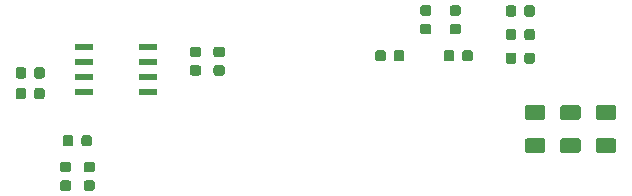
<source format=gtp>
G04 #@! TF.GenerationSoftware,KiCad,Pcbnew,(5.0.0)*
G04 #@! TF.CreationDate,2019-03-22T21:44:54+01:00*
G04 #@! TF.ProjectId,rpismdoven,727069736D646F76656E2E6B69636164,rev?*
G04 #@! TF.SameCoordinates,Original*
G04 #@! TF.FileFunction,Paste,Top*
G04 #@! TF.FilePolarity,Positive*
%FSLAX46Y46*%
G04 Gerber Fmt 4.6, Leading zero omitted, Abs format (unit mm)*
G04 Created by KiCad (PCBNEW (5.0.0)) date 03/22/19 21:44:54*
%MOMM*%
%LPD*%
G01*
G04 APERTURE LIST*
%ADD10C,0.100000*%
%ADD11C,0.875000*%
%ADD12C,1.250000*%
%ADD13R,1.550000X0.600000*%
G04 APERTURE END LIST*
D10*
G04 #@! TO.C,R8*
G36*
X149027691Y-68076053D02*
X149048926Y-68079203D01*
X149069750Y-68084419D01*
X149089962Y-68091651D01*
X149109368Y-68100830D01*
X149127781Y-68111866D01*
X149145024Y-68124654D01*
X149160930Y-68139070D01*
X149175346Y-68154976D01*
X149188134Y-68172219D01*
X149199170Y-68190632D01*
X149208349Y-68210038D01*
X149215581Y-68230250D01*
X149220797Y-68251074D01*
X149223947Y-68272309D01*
X149225000Y-68293750D01*
X149225000Y-68806250D01*
X149223947Y-68827691D01*
X149220797Y-68848926D01*
X149215581Y-68869750D01*
X149208349Y-68889962D01*
X149199170Y-68909368D01*
X149188134Y-68927781D01*
X149175346Y-68945024D01*
X149160930Y-68960930D01*
X149145024Y-68975346D01*
X149127781Y-68988134D01*
X149109368Y-68999170D01*
X149089962Y-69008349D01*
X149069750Y-69015581D01*
X149048926Y-69020797D01*
X149027691Y-69023947D01*
X149006250Y-69025000D01*
X148568750Y-69025000D01*
X148547309Y-69023947D01*
X148526074Y-69020797D01*
X148505250Y-69015581D01*
X148485038Y-69008349D01*
X148465632Y-68999170D01*
X148447219Y-68988134D01*
X148429976Y-68975346D01*
X148414070Y-68960930D01*
X148399654Y-68945024D01*
X148386866Y-68927781D01*
X148375830Y-68909368D01*
X148366651Y-68889962D01*
X148359419Y-68869750D01*
X148354203Y-68848926D01*
X148351053Y-68827691D01*
X148350000Y-68806250D01*
X148350000Y-68293750D01*
X148351053Y-68272309D01*
X148354203Y-68251074D01*
X148359419Y-68230250D01*
X148366651Y-68210038D01*
X148375830Y-68190632D01*
X148386866Y-68172219D01*
X148399654Y-68154976D01*
X148414070Y-68139070D01*
X148429976Y-68124654D01*
X148447219Y-68111866D01*
X148465632Y-68100830D01*
X148485038Y-68091651D01*
X148505250Y-68084419D01*
X148526074Y-68079203D01*
X148547309Y-68076053D01*
X148568750Y-68075000D01*
X149006250Y-68075000D01*
X149027691Y-68076053D01*
X149027691Y-68076053D01*
G37*
D11*
X148787500Y-68550000D03*
D10*
G36*
X147452691Y-68076053D02*
X147473926Y-68079203D01*
X147494750Y-68084419D01*
X147514962Y-68091651D01*
X147534368Y-68100830D01*
X147552781Y-68111866D01*
X147570024Y-68124654D01*
X147585930Y-68139070D01*
X147600346Y-68154976D01*
X147613134Y-68172219D01*
X147624170Y-68190632D01*
X147633349Y-68210038D01*
X147640581Y-68230250D01*
X147645797Y-68251074D01*
X147648947Y-68272309D01*
X147650000Y-68293750D01*
X147650000Y-68806250D01*
X147648947Y-68827691D01*
X147645797Y-68848926D01*
X147640581Y-68869750D01*
X147633349Y-68889962D01*
X147624170Y-68909368D01*
X147613134Y-68927781D01*
X147600346Y-68945024D01*
X147585930Y-68960930D01*
X147570024Y-68975346D01*
X147552781Y-68988134D01*
X147534368Y-68999170D01*
X147514962Y-69008349D01*
X147494750Y-69015581D01*
X147473926Y-69020797D01*
X147452691Y-69023947D01*
X147431250Y-69025000D01*
X146993750Y-69025000D01*
X146972309Y-69023947D01*
X146951074Y-69020797D01*
X146930250Y-69015581D01*
X146910038Y-69008349D01*
X146890632Y-68999170D01*
X146872219Y-68988134D01*
X146854976Y-68975346D01*
X146839070Y-68960930D01*
X146824654Y-68945024D01*
X146811866Y-68927781D01*
X146800830Y-68909368D01*
X146791651Y-68889962D01*
X146784419Y-68869750D01*
X146779203Y-68848926D01*
X146776053Y-68827691D01*
X146775000Y-68806250D01*
X146775000Y-68293750D01*
X146776053Y-68272309D01*
X146779203Y-68251074D01*
X146784419Y-68230250D01*
X146791651Y-68210038D01*
X146800830Y-68190632D01*
X146811866Y-68172219D01*
X146824654Y-68154976D01*
X146839070Y-68139070D01*
X146854976Y-68124654D01*
X146872219Y-68111866D01*
X146890632Y-68100830D01*
X146910038Y-68091651D01*
X146930250Y-68084419D01*
X146951074Y-68079203D01*
X146972309Y-68076053D01*
X146993750Y-68075000D01*
X147431250Y-68075000D01*
X147452691Y-68076053D01*
X147452691Y-68076053D01*
G37*
D11*
X147212500Y-68550000D03*
G04 #@! TD*
D10*
G04 #@! TO.C,R9*
G36*
X141652691Y-68076053D02*
X141673926Y-68079203D01*
X141694750Y-68084419D01*
X141714962Y-68091651D01*
X141734368Y-68100830D01*
X141752781Y-68111866D01*
X141770024Y-68124654D01*
X141785930Y-68139070D01*
X141800346Y-68154976D01*
X141813134Y-68172219D01*
X141824170Y-68190632D01*
X141833349Y-68210038D01*
X141840581Y-68230250D01*
X141845797Y-68251074D01*
X141848947Y-68272309D01*
X141850000Y-68293750D01*
X141850000Y-68806250D01*
X141848947Y-68827691D01*
X141845797Y-68848926D01*
X141840581Y-68869750D01*
X141833349Y-68889962D01*
X141824170Y-68909368D01*
X141813134Y-68927781D01*
X141800346Y-68945024D01*
X141785930Y-68960930D01*
X141770024Y-68975346D01*
X141752781Y-68988134D01*
X141734368Y-68999170D01*
X141714962Y-69008349D01*
X141694750Y-69015581D01*
X141673926Y-69020797D01*
X141652691Y-69023947D01*
X141631250Y-69025000D01*
X141193750Y-69025000D01*
X141172309Y-69023947D01*
X141151074Y-69020797D01*
X141130250Y-69015581D01*
X141110038Y-69008349D01*
X141090632Y-68999170D01*
X141072219Y-68988134D01*
X141054976Y-68975346D01*
X141039070Y-68960930D01*
X141024654Y-68945024D01*
X141011866Y-68927781D01*
X141000830Y-68909368D01*
X140991651Y-68889962D01*
X140984419Y-68869750D01*
X140979203Y-68848926D01*
X140976053Y-68827691D01*
X140975000Y-68806250D01*
X140975000Y-68293750D01*
X140976053Y-68272309D01*
X140979203Y-68251074D01*
X140984419Y-68230250D01*
X140991651Y-68210038D01*
X141000830Y-68190632D01*
X141011866Y-68172219D01*
X141024654Y-68154976D01*
X141039070Y-68139070D01*
X141054976Y-68124654D01*
X141072219Y-68111866D01*
X141090632Y-68100830D01*
X141110038Y-68091651D01*
X141130250Y-68084419D01*
X141151074Y-68079203D01*
X141172309Y-68076053D01*
X141193750Y-68075000D01*
X141631250Y-68075000D01*
X141652691Y-68076053D01*
X141652691Y-68076053D01*
G37*
D11*
X141412500Y-68550000D03*
D10*
G36*
X143227691Y-68076053D02*
X143248926Y-68079203D01*
X143269750Y-68084419D01*
X143289962Y-68091651D01*
X143309368Y-68100830D01*
X143327781Y-68111866D01*
X143345024Y-68124654D01*
X143360930Y-68139070D01*
X143375346Y-68154976D01*
X143388134Y-68172219D01*
X143399170Y-68190632D01*
X143408349Y-68210038D01*
X143415581Y-68230250D01*
X143420797Y-68251074D01*
X143423947Y-68272309D01*
X143425000Y-68293750D01*
X143425000Y-68806250D01*
X143423947Y-68827691D01*
X143420797Y-68848926D01*
X143415581Y-68869750D01*
X143408349Y-68889962D01*
X143399170Y-68909368D01*
X143388134Y-68927781D01*
X143375346Y-68945024D01*
X143360930Y-68960930D01*
X143345024Y-68975346D01*
X143327781Y-68988134D01*
X143309368Y-68999170D01*
X143289962Y-69008349D01*
X143269750Y-69015581D01*
X143248926Y-69020797D01*
X143227691Y-69023947D01*
X143206250Y-69025000D01*
X142768750Y-69025000D01*
X142747309Y-69023947D01*
X142726074Y-69020797D01*
X142705250Y-69015581D01*
X142685038Y-69008349D01*
X142665632Y-68999170D01*
X142647219Y-68988134D01*
X142629976Y-68975346D01*
X142614070Y-68960930D01*
X142599654Y-68945024D01*
X142586866Y-68927781D01*
X142575830Y-68909368D01*
X142566651Y-68889962D01*
X142559419Y-68869750D01*
X142554203Y-68848926D01*
X142551053Y-68827691D01*
X142550000Y-68806250D01*
X142550000Y-68293750D01*
X142551053Y-68272309D01*
X142554203Y-68251074D01*
X142559419Y-68230250D01*
X142566651Y-68210038D01*
X142575830Y-68190632D01*
X142586866Y-68172219D01*
X142599654Y-68154976D01*
X142614070Y-68139070D01*
X142629976Y-68124654D01*
X142647219Y-68111866D01*
X142665632Y-68100830D01*
X142685038Y-68091651D01*
X142705250Y-68084419D01*
X142726074Y-68079203D01*
X142747309Y-68076053D01*
X142768750Y-68075000D01*
X143206250Y-68075000D01*
X143227691Y-68076053D01*
X143227691Y-68076053D01*
G37*
D11*
X142987500Y-68550000D03*
G04 #@! TD*
D10*
G04 #@! TO.C,D3*
G36*
X155149504Y-75526204D02*
X155173773Y-75529804D01*
X155197571Y-75535765D01*
X155220671Y-75544030D01*
X155242849Y-75554520D01*
X155263893Y-75567133D01*
X155283598Y-75581747D01*
X155301777Y-75598223D01*
X155318253Y-75616402D01*
X155332867Y-75636107D01*
X155345480Y-75657151D01*
X155355970Y-75679329D01*
X155364235Y-75702429D01*
X155370196Y-75726227D01*
X155373796Y-75750496D01*
X155375000Y-75775000D01*
X155375000Y-76525000D01*
X155373796Y-76549504D01*
X155370196Y-76573773D01*
X155364235Y-76597571D01*
X155355970Y-76620671D01*
X155345480Y-76642849D01*
X155332867Y-76663893D01*
X155318253Y-76683598D01*
X155301777Y-76701777D01*
X155283598Y-76718253D01*
X155263893Y-76732867D01*
X155242849Y-76745480D01*
X155220671Y-76755970D01*
X155197571Y-76764235D01*
X155173773Y-76770196D01*
X155149504Y-76773796D01*
X155125000Y-76775000D01*
X153875000Y-76775000D01*
X153850496Y-76773796D01*
X153826227Y-76770196D01*
X153802429Y-76764235D01*
X153779329Y-76755970D01*
X153757151Y-76745480D01*
X153736107Y-76732867D01*
X153716402Y-76718253D01*
X153698223Y-76701777D01*
X153681747Y-76683598D01*
X153667133Y-76663893D01*
X153654520Y-76642849D01*
X153644030Y-76620671D01*
X153635765Y-76597571D01*
X153629804Y-76573773D01*
X153626204Y-76549504D01*
X153625000Y-76525000D01*
X153625000Y-75775000D01*
X153626204Y-75750496D01*
X153629804Y-75726227D01*
X153635765Y-75702429D01*
X153644030Y-75679329D01*
X153654520Y-75657151D01*
X153667133Y-75636107D01*
X153681747Y-75616402D01*
X153698223Y-75598223D01*
X153716402Y-75581747D01*
X153736107Y-75567133D01*
X153757151Y-75554520D01*
X153779329Y-75544030D01*
X153802429Y-75535765D01*
X153826227Y-75529804D01*
X153850496Y-75526204D01*
X153875000Y-75525000D01*
X155125000Y-75525000D01*
X155149504Y-75526204D01*
X155149504Y-75526204D01*
G37*
D12*
X154500000Y-76150000D03*
D10*
G36*
X155149504Y-72726204D02*
X155173773Y-72729804D01*
X155197571Y-72735765D01*
X155220671Y-72744030D01*
X155242849Y-72754520D01*
X155263893Y-72767133D01*
X155283598Y-72781747D01*
X155301777Y-72798223D01*
X155318253Y-72816402D01*
X155332867Y-72836107D01*
X155345480Y-72857151D01*
X155355970Y-72879329D01*
X155364235Y-72902429D01*
X155370196Y-72926227D01*
X155373796Y-72950496D01*
X155375000Y-72975000D01*
X155375000Y-73725000D01*
X155373796Y-73749504D01*
X155370196Y-73773773D01*
X155364235Y-73797571D01*
X155355970Y-73820671D01*
X155345480Y-73842849D01*
X155332867Y-73863893D01*
X155318253Y-73883598D01*
X155301777Y-73901777D01*
X155283598Y-73918253D01*
X155263893Y-73932867D01*
X155242849Y-73945480D01*
X155220671Y-73955970D01*
X155197571Y-73964235D01*
X155173773Y-73970196D01*
X155149504Y-73973796D01*
X155125000Y-73975000D01*
X153875000Y-73975000D01*
X153850496Y-73973796D01*
X153826227Y-73970196D01*
X153802429Y-73964235D01*
X153779329Y-73955970D01*
X153757151Y-73945480D01*
X153736107Y-73932867D01*
X153716402Y-73918253D01*
X153698223Y-73901777D01*
X153681747Y-73883598D01*
X153667133Y-73863893D01*
X153654520Y-73842849D01*
X153644030Y-73820671D01*
X153635765Y-73797571D01*
X153629804Y-73773773D01*
X153626204Y-73749504D01*
X153625000Y-73725000D01*
X153625000Y-72975000D01*
X153626204Y-72950496D01*
X153629804Y-72926227D01*
X153635765Y-72902429D01*
X153644030Y-72879329D01*
X153654520Y-72857151D01*
X153667133Y-72836107D01*
X153681747Y-72816402D01*
X153698223Y-72798223D01*
X153716402Y-72781747D01*
X153736107Y-72767133D01*
X153757151Y-72754520D01*
X153779329Y-72744030D01*
X153802429Y-72735765D01*
X153826227Y-72729804D01*
X153850496Y-72726204D01*
X153875000Y-72725000D01*
X155125000Y-72725000D01*
X155149504Y-72726204D01*
X155149504Y-72726204D01*
G37*
D12*
X154500000Y-73350000D03*
G04 #@! TD*
D10*
G04 #@! TO.C,D5*
G36*
X158149504Y-72726204D02*
X158173773Y-72729804D01*
X158197571Y-72735765D01*
X158220671Y-72744030D01*
X158242849Y-72754520D01*
X158263893Y-72767133D01*
X158283598Y-72781747D01*
X158301777Y-72798223D01*
X158318253Y-72816402D01*
X158332867Y-72836107D01*
X158345480Y-72857151D01*
X158355970Y-72879329D01*
X158364235Y-72902429D01*
X158370196Y-72926227D01*
X158373796Y-72950496D01*
X158375000Y-72975000D01*
X158375000Y-73725000D01*
X158373796Y-73749504D01*
X158370196Y-73773773D01*
X158364235Y-73797571D01*
X158355970Y-73820671D01*
X158345480Y-73842849D01*
X158332867Y-73863893D01*
X158318253Y-73883598D01*
X158301777Y-73901777D01*
X158283598Y-73918253D01*
X158263893Y-73932867D01*
X158242849Y-73945480D01*
X158220671Y-73955970D01*
X158197571Y-73964235D01*
X158173773Y-73970196D01*
X158149504Y-73973796D01*
X158125000Y-73975000D01*
X156875000Y-73975000D01*
X156850496Y-73973796D01*
X156826227Y-73970196D01*
X156802429Y-73964235D01*
X156779329Y-73955970D01*
X156757151Y-73945480D01*
X156736107Y-73932867D01*
X156716402Y-73918253D01*
X156698223Y-73901777D01*
X156681747Y-73883598D01*
X156667133Y-73863893D01*
X156654520Y-73842849D01*
X156644030Y-73820671D01*
X156635765Y-73797571D01*
X156629804Y-73773773D01*
X156626204Y-73749504D01*
X156625000Y-73725000D01*
X156625000Y-72975000D01*
X156626204Y-72950496D01*
X156629804Y-72926227D01*
X156635765Y-72902429D01*
X156644030Y-72879329D01*
X156654520Y-72857151D01*
X156667133Y-72836107D01*
X156681747Y-72816402D01*
X156698223Y-72798223D01*
X156716402Y-72781747D01*
X156736107Y-72767133D01*
X156757151Y-72754520D01*
X156779329Y-72744030D01*
X156802429Y-72735765D01*
X156826227Y-72729804D01*
X156850496Y-72726204D01*
X156875000Y-72725000D01*
X158125000Y-72725000D01*
X158149504Y-72726204D01*
X158149504Y-72726204D01*
G37*
D12*
X157500000Y-73350000D03*
D10*
G36*
X158149504Y-75526204D02*
X158173773Y-75529804D01*
X158197571Y-75535765D01*
X158220671Y-75544030D01*
X158242849Y-75554520D01*
X158263893Y-75567133D01*
X158283598Y-75581747D01*
X158301777Y-75598223D01*
X158318253Y-75616402D01*
X158332867Y-75636107D01*
X158345480Y-75657151D01*
X158355970Y-75679329D01*
X158364235Y-75702429D01*
X158370196Y-75726227D01*
X158373796Y-75750496D01*
X158375000Y-75775000D01*
X158375000Y-76525000D01*
X158373796Y-76549504D01*
X158370196Y-76573773D01*
X158364235Y-76597571D01*
X158355970Y-76620671D01*
X158345480Y-76642849D01*
X158332867Y-76663893D01*
X158318253Y-76683598D01*
X158301777Y-76701777D01*
X158283598Y-76718253D01*
X158263893Y-76732867D01*
X158242849Y-76745480D01*
X158220671Y-76755970D01*
X158197571Y-76764235D01*
X158173773Y-76770196D01*
X158149504Y-76773796D01*
X158125000Y-76775000D01*
X156875000Y-76775000D01*
X156850496Y-76773796D01*
X156826227Y-76770196D01*
X156802429Y-76764235D01*
X156779329Y-76755970D01*
X156757151Y-76745480D01*
X156736107Y-76732867D01*
X156716402Y-76718253D01*
X156698223Y-76701777D01*
X156681747Y-76683598D01*
X156667133Y-76663893D01*
X156654520Y-76642849D01*
X156644030Y-76620671D01*
X156635765Y-76597571D01*
X156629804Y-76573773D01*
X156626204Y-76549504D01*
X156625000Y-76525000D01*
X156625000Y-75775000D01*
X156626204Y-75750496D01*
X156629804Y-75726227D01*
X156635765Y-75702429D01*
X156644030Y-75679329D01*
X156654520Y-75657151D01*
X156667133Y-75636107D01*
X156681747Y-75616402D01*
X156698223Y-75598223D01*
X156716402Y-75581747D01*
X156736107Y-75567133D01*
X156757151Y-75554520D01*
X156779329Y-75544030D01*
X156802429Y-75535765D01*
X156826227Y-75529804D01*
X156850496Y-75526204D01*
X156875000Y-75525000D01*
X158125000Y-75525000D01*
X158149504Y-75526204D01*
X158149504Y-75526204D01*
G37*
D12*
X157500000Y-76150000D03*
G04 #@! TD*
D10*
G04 #@! TO.C,D4*
G36*
X161149504Y-75526204D02*
X161173773Y-75529804D01*
X161197571Y-75535765D01*
X161220671Y-75544030D01*
X161242849Y-75554520D01*
X161263893Y-75567133D01*
X161283598Y-75581747D01*
X161301777Y-75598223D01*
X161318253Y-75616402D01*
X161332867Y-75636107D01*
X161345480Y-75657151D01*
X161355970Y-75679329D01*
X161364235Y-75702429D01*
X161370196Y-75726227D01*
X161373796Y-75750496D01*
X161375000Y-75775000D01*
X161375000Y-76525000D01*
X161373796Y-76549504D01*
X161370196Y-76573773D01*
X161364235Y-76597571D01*
X161355970Y-76620671D01*
X161345480Y-76642849D01*
X161332867Y-76663893D01*
X161318253Y-76683598D01*
X161301777Y-76701777D01*
X161283598Y-76718253D01*
X161263893Y-76732867D01*
X161242849Y-76745480D01*
X161220671Y-76755970D01*
X161197571Y-76764235D01*
X161173773Y-76770196D01*
X161149504Y-76773796D01*
X161125000Y-76775000D01*
X159875000Y-76775000D01*
X159850496Y-76773796D01*
X159826227Y-76770196D01*
X159802429Y-76764235D01*
X159779329Y-76755970D01*
X159757151Y-76745480D01*
X159736107Y-76732867D01*
X159716402Y-76718253D01*
X159698223Y-76701777D01*
X159681747Y-76683598D01*
X159667133Y-76663893D01*
X159654520Y-76642849D01*
X159644030Y-76620671D01*
X159635765Y-76597571D01*
X159629804Y-76573773D01*
X159626204Y-76549504D01*
X159625000Y-76525000D01*
X159625000Y-75775000D01*
X159626204Y-75750496D01*
X159629804Y-75726227D01*
X159635765Y-75702429D01*
X159644030Y-75679329D01*
X159654520Y-75657151D01*
X159667133Y-75636107D01*
X159681747Y-75616402D01*
X159698223Y-75598223D01*
X159716402Y-75581747D01*
X159736107Y-75567133D01*
X159757151Y-75554520D01*
X159779329Y-75544030D01*
X159802429Y-75535765D01*
X159826227Y-75529804D01*
X159850496Y-75526204D01*
X159875000Y-75525000D01*
X161125000Y-75525000D01*
X161149504Y-75526204D01*
X161149504Y-75526204D01*
G37*
D12*
X160500000Y-76150000D03*
D10*
G36*
X161149504Y-72726204D02*
X161173773Y-72729804D01*
X161197571Y-72735765D01*
X161220671Y-72744030D01*
X161242849Y-72754520D01*
X161263893Y-72767133D01*
X161283598Y-72781747D01*
X161301777Y-72798223D01*
X161318253Y-72816402D01*
X161332867Y-72836107D01*
X161345480Y-72857151D01*
X161355970Y-72879329D01*
X161364235Y-72902429D01*
X161370196Y-72926227D01*
X161373796Y-72950496D01*
X161375000Y-72975000D01*
X161375000Y-73725000D01*
X161373796Y-73749504D01*
X161370196Y-73773773D01*
X161364235Y-73797571D01*
X161355970Y-73820671D01*
X161345480Y-73842849D01*
X161332867Y-73863893D01*
X161318253Y-73883598D01*
X161301777Y-73901777D01*
X161283598Y-73918253D01*
X161263893Y-73932867D01*
X161242849Y-73945480D01*
X161220671Y-73955970D01*
X161197571Y-73964235D01*
X161173773Y-73970196D01*
X161149504Y-73973796D01*
X161125000Y-73975000D01*
X159875000Y-73975000D01*
X159850496Y-73973796D01*
X159826227Y-73970196D01*
X159802429Y-73964235D01*
X159779329Y-73955970D01*
X159757151Y-73945480D01*
X159736107Y-73932867D01*
X159716402Y-73918253D01*
X159698223Y-73901777D01*
X159681747Y-73883598D01*
X159667133Y-73863893D01*
X159654520Y-73842849D01*
X159644030Y-73820671D01*
X159635765Y-73797571D01*
X159629804Y-73773773D01*
X159626204Y-73749504D01*
X159625000Y-73725000D01*
X159625000Y-72975000D01*
X159626204Y-72950496D01*
X159629804Y-72926227D01*
X159635765Y-72902429D01*
X159644030Y-72879329D01*
X159654520Y-72857151D01*
X159667133Y-72836107D01*
X159681747Y-72816402D01*
X159698223Y-72798223D01*
X159716402Y-72781747D01*
X159736107Y-72767133D01*
X159757151Y-72754520D01*
X159779329Y-72744030D01*
X159802429Y-72735765D01*
X159826227Y-72729804D01*
X159850496Y-72726204D01*
X159875000Y-72725000D01*
X161125000Y-72725000D01*
X161149504Y-72726204D01*
X161149504Y-72726204D01*
G37*
D12*
X160500000Y-73350000D03*
G04 #@! TD*
D10*
G04 #@! TO.C,R7*
G36*
X154277691Y-66276053D02*
X154298926Y-66279203D01*
X154319750Y-66284419D01*
X154339962Y-66291651D01*
X154359368Y-66300830D01*
X154377781Y-66311866D01*
X154395024Y-66324654D01*
X154410930Y-66339070D01*
X154425346Y-66354976D01*
X154438134Y-66372219D01*
X154449170Y-66390632D01*
X154458349Y-66410038D01*
X154465581Y-66430250D01*
X154470797Y-66451074D01*
X154473947Y-66472309D01*
X154475000Y-66493750D01*
X154475000Y-67006250D01*
X154473947Y-67027691D01*
X154470797Y-67048926D01*
X154465581Y-67069750D01*
X154458349Y-67089962D01*
X154449170Y-67109368D01*
X154438134Y-67127781D01*
X154425346Y-67145024D01*
X154410930Y-67160930D01*
X154395024Y-67175346D01*
X154377781Y-67188134D01*
X154359368Y-67199170D01*
X154339962Y-67208349D01*
X154319750Y-67215581D01*
X154298926Y-67220797D01*
X154277691Y-67223947D01*
X154256250Y-67225000D01*
X153818750Y-67225000D01*
X153797309Y-67223947D01*
X153776074Y-67220797D01*
X153755250Y-67215581D01*
X153735038Y-67208349D01*
X153715632Y-67199170D01*
X153697219Y-67188134D01*
X153679976Y-67175346D01*
X153664070Y-67160930D01*
X153649654Y-67145024D01*
X153636866Y-67127781D01*
X153625830Y-67109368D01*
X153616651Y-67089962D01*
X153609419Y-67069750D01*
X153604203Y-67048926D01*
X153601053Y-67027691D01*
X153600000Y-67006250D01*
X153600000Y-66493750D01*
X153601053Y-66472309D01*
X153604203Y-66451074D01*
X153609419Y-66430250D01*
X153616651Y-66410038D01*
X153625830Y-66390632D01*
X153636866Y-66372219D01*
X153649654Y-66354976D01*
X153664070Y-66339070D01*
X153679976Y-66324654D01*
X153697219Y-66311866D01*
X153715632Y-66300830D01*
X153735038Y-66291651D01*
X153755250Y-66284419D01*
X153776074Y-66279203D01*
X153797309Y-66276053D01*
X153818750Y-66275000D01*
X154256250Y-66275000D01*
X154277691Y-66276053D01*
X154277691Y-66276053D01*
G37*
D11*
X154037500Y-66750000D03*
D10*
G36*
X152702691Y-66276053D02*
X152723926Y-66279203D01*
X152744750Y-66284419D01*
X152764962Y-66291651D01*
X152784368Y-66300830D01*
X152802781Y-66311866D01*
X152820024Y-66324654D01*
X152835930Y-66339070D01*
X152850346Y-66354976D01*
X152863134Y-66372219D01*
X152874170Y-66390632D01*
X152883349Y-66410038D01*
X152890581Y-66430250D01*
X152895797Y-66451074D01*
X152898947Y-66472309D01*
X152900000Y-66493750D01*
X152900000Y-67006250D01*
X152898947Y-67027691D01*
X152895797Y-67048926D01*
X152890581Y-67069750D01*
X152883349Y-67089962D01*
X152874170Y-67109368D01*
X152863134Y-67127781D01*
X152850346Y-67145024D01*
X152835930Y-67160930D01*
X152820024Y-67175346D01*
X152802781Y-67188134D01*
X152784368Y-67199170D01*
X152764962Y-67208349D01*
X152744750Y-67215581D01*
X152723926Y-67220797D01*
X152702691Y-67223947D01*
X152681250Y-67225000D01*
X152243750Y-67225000D01*
X152222309Y-67223947D01*
X152201074Y-67220797D01*
X152180250Y-67215581D01*
X152160038Y-67208349D01*
X152140632Y-67199170D01*
X152122219Y-67188134D01*
X152104976Y-67175346D01*
X152089070Y-67160930D01*
X152074654Y-67145024D01*
X152061866Y-67127781D01*
X152050830Y-67109368D01*
X152041651Y-67089962D01*
X152034419Y-67069750D01*
X152029203Y-67048926D01*
X152026053Y-67027691D01*
X152025000Y-67006250D01*
X152025000Y-66493750D01*
X152026053Y-66472309D01*
X152029203Y-66451074D01*
X152034419Y-66430250D01*
X152041651Y-66410038D01*
X152050830Y-66390632D01*
X152061866Y-66372219D01*
X152074654Y-66354976D01*
X152089070Y-66339070D01*
X152104976Y-66324654D01*
X152122219Y-66311866D01*
X152140632Y-66300830D01*
X152160038Y-66291651D01*
X152180250Y-66284419D01*
X152201074Y-66279203D01*
X152222309Y-66276053D01*
X152243750Y-66275000D01*
X152681250Y-66275000D01*
X152702691Y-66276053D01*
X152702691Y-66276053D01*
G37*
D11*
X152462500Y-66750000D03*
G04 #@! TD*
D10*
G04 #@! TO.C,R6*
G36*
X152702691Y-64276053D02*
X152723926Y-64279203D01*
X152744750Y-64284419D01*
X152764962Y-64291651D01*
X152784368Y-64300830D01*
X152802781Y-64311866D01*
X152820024Y-64324654D01*
X152835930Y-64339070D01*
X152850346Y-64354976D01*
X152863134Y-64372219D01*
X152874170Y-64390632D01*
X152883349Y-64410038D01*
X152890581Y-64430250D01*
X152895797Y-64451074D01*
X152898947Y-64472309D01*
X152900000Y-64493750D01*
X152900000Y-65006250D01*
X152898947Y-65027691D01*
X152895797Y-65048926D01*
X152890581Y-65069750D01*
X152883349Y-65089962D01*
X152874170Y-65109368D01*
X152863134Y-65127781D01*
X152850346Y-65145024D01*
X152835930Y-65160930D01*
X152820024Y-65175346D01*
X152802781Y-65188134D01*
X152784368Y-65199170D01*
X152764962Y-65208349D01*
X152744750Y-65215581D01*
X152723926Y-65220797D01*
X152702691Y-65223947D01*
X152681250Y-65225000D01*
X152243750Y-65225000D01*
X152222309Y-65223947D01*
X152201074Y-65220797D01*
X152180250Y-65215581D01*
X152160038Y-65208349D01*
X152140632Y-65199170D01*
X152122219Y-65188134D01*
X152104976Y-65175346D01*
X152089070Y-65160930D01*
X152074654Y-65145024D01*
X152061866Y-65127781D01*
X152050830Y-65109368D01*
X152041651Y-65089962D01*
X152034419Y-65069750D01*
X152029203Y-65048926D01*
X152026053Y-65027691D01*
X152025000Y-65006250D01*
X152025000Y-64493750D01*
X152026053Y-64472309D01*
X152029203Y-64451074D01*
X152034419Y-64430250D01*
X152041651Y-64410038D01*
X152050830Y-64390632D01*
X152061866Y-64372219D01*
X152074654Y-64354976D01*
X152089070Y-64339070D01*
X152104976Y-64324654D01*
X152122219Y-64311866D01*
X152140632Y-64300830D01*
X152160038Y-64291651D01*
X152180250Y-64284419D01*
X152201074Y-64279203D01*
X152222309Y-64276053D01*
X152243750Y-64275000D01*
X152681250Y-64275000D01*
X152702691Y-64276053D01*
X152702691Y-64276053D01*
G37*
D11*
X152462500Y-64750000D03*
D10*
G36*
X154277691Y-64276053D02*
X154298926Y-64279203D01*
X154319750Y-64284419D01*
X154339962Y-64291651D01*
X154359368Y-64300830D01*
X154377781Y-64311866D01*
X154395024Y-64324654D01*
X154410930Y-64339070D01*
X154425346Y-64354976D01*
X154438134Y-64372219D01*
X154449170Y-64390632D01*
X154458349Y-64410038D01*
X154465581Y-64430250D01*
X154470797Y-64451074D01*
X154473947Y-64472309D01*
X154475000Y-64493750D01*
X154475000Y-65006250D01*
X154473947Y-65027691D01*
X154470797Y-65048926D01*
X154465581Y-65069750D01*
X154458349Y-65089962D01*
X154449170Y-65109368D01*
X154438134Y-65127781D01*
X154425346Y-65145024D01*
X154410930Y-65160930D01*
X154395024Y-65175346D01*
X154377781Y-65188134D01*
X154359368Y-65199170D01*
X154339962Y-65208349D01*
X154319750Y-65215581D01*
X154298926Y-65220797D01*
X154277691Y-65223947D01*
X154256250Y-65225000D01*
X153818750Y-65225000D01*
X153797309Y-65223947D01*
X153776074Y-65220797D01*
X153755250Y-65215581D01*
X153735038Y-65208349D01*
X153715632Y-65199170D01*
X153697219Y-65188134D01*
X153679976Y-65175346D01*
X153664070Y-65160930D01*
X153649654Y-65145024D01*
X153636866Y-65127781D01*
X153625830Y-65109368D01*
X153616651Y-65089962D01*
X153609419Y-65069750D01*
X153604203Y-65048926D01*
X153601053Y-65027691D01*
X153600000Y-65006250D01*
X153600000Y-64493750D01*
X153601053Y-64472309D01*
X153604203Y-64451074D01*
X153609419Y-64430250D01*
X153616651Y-64410038D01*
X153625830Y-64390632D01*
X153636866Y-64372219D01*
X153649654Y-64354976D01*
X153664070Y-64339070D01*
X153679976Y-64324654D01*
X153697219Y-64311866D01*
X153715632Y-64300830D01*
X153735038Y-64291651D01*
X153755250Y-64284419D01*
X153776074Y-64279203D01*
X153797309Y-64276053D01*
X153818750Y-64275000D01*
X154256250Y-64275000D01*
X154277691Y-64276053D01*
X154277691Y-64276053D01*
G37*
D11*
X154037500Y-64750000D03*
G04 #@! TD*
D10*
G04 #@! TO.C,R5*
G36*
X154277691Y-68276053D02*
X154298926Y-68279203D01*
X154319750Y-68284419D01*
X154339962Y-68291651D01*
X154359368Y-68300830D01*
X154377781Y-68311866D01*
X154395024Y-68324654D01*
X154410930Y-68339070D01*
X154425346Y-68354976D01*
X154438134Y-68372219D01*
X154449170Y-68390632D01*
X154458349Y-68410038D01*
X154465581Y-68430250D01*
X154470797Y-68451074D01*
X154473947Y-68472309D01*
X154475000Y-68493750D01*
X154475000Y-69006250D01*
X154473947Y-69027691D01*
X154470797Y-69048926D01*
X154465581Y-69069750D01*
X154458349Y-69089962D01*
X154449170Y-69109368D01*
X154438134Y-69127781D01*
X154425346Y-69145024D01*
X154410930Y-69160930D01*
X154395024Y-69175346D01*
X154377781Y-69188134D01*
X154359368Y-69199170D01*
X154339962Y-69208349D01*
X154319750Y-69215581D01*
X154298926Y-69220797D01*
X154277691Y-69223947D01*
X154256250Y-69225000D01*
X153818750Y-69225000D01*
X153797309Y-69223947D01*
X153776074Y-69220797D01*
X153755250Y-69215581D01*
X153735038Y-69208349D01*
X153715632Y-69199170D01*
X153697219Y-69188134D01*
X153679976Y-69175346D01*
X153664070Y-69160930D01*
X153649654Y-69145024D01*
X153636866Y-69127781D01*
X153625830Y-69109368D01*
X153616651Y-69089962D01*
X153609419Y-69069750D01*
X153604203Y-69048926D01*
X153601053Y-69027691D01*
X153600000Y-69006250D01*
X153600000Y-68493750D01*
X153601053Y-68472309D01*
X153604203Y-68451074D01*
X153609419Y-68430250D01*
X153616651Y-68410038D01*
X153625830Y-68390632D01*
X153636866Y-68372219D01*
X153649654Y-68354976D01*
X153664070Y-68339070D01*
X153679976Y-68324654D01*
X153697219Y-68311866D01*
X153715632Y-68300830D01*
X153735038Y-68291651D01*
X153755250Y-68284419D01*
X153776074Y-68279203D01*
X153797309Y-68276053D01*
X153818750Y-68275000D01*
X154256250Y-68275000D01*
X154277691Y-68276053D01*
X154277691Y-68276053D01*
G37*
D11*
X154037500Y-68750000D03*
D10*
G36*
X152702691Y-68276053D02*
X152723926Y-68279203D01*
X152744750Y-68284419D01*
X152764962Y-68291651D01*
X152784368Y-68300830D01*
X152802781Y-68311866D01*
X152820024Y-68324654D01*
X152835930Y-68339070D01*
X152850346Y-68354976D01*
X152863134Y-68372219D01*
X152874170Y-68390632D01*
X152883349Y-68410038D01*
X152890581Y-68430250D01*
X152895797Y-68451074D01*
X152898947Y-68472309D01*
X152900000Y-68493750D01*
X152900000Y-69006250D01*
X152898947Y-69027691D01*
X152895797Y-69048926D01*
X152890581Y-69069750D01*
X152883349Y-69089962D01*
X152874170Y-69109368D01*
X152863134Y-69127781D01*
X152850346Y-69145024D01*
X152835930Y-69160930D01*
X152820024Y-69175346D01*
X152802781Y-69188134D01*
X152784368Y-69199170D01*
X152764962Y-69208349D01*
X152744750Y-69215581D01*
X152723926Y-69220797D01*
X152702691Y-69223947D01*
X152681250Y-69225000D01*
X152243750Y-69225000D01*
X152222309Y-69223947D01*
X152201074Y-69220797D01*
X152180250Y-69215581D01*
X152160038Y-69208349D01*
X152140632Y-69199170D01*
X152122219Y-69188134D01*
X152104976Y-69175346D01*
X152089070Y-69160930D01*
X152074654Y-69145024D01*
X152061866Y-69127781D01*
X152050830Y-69109368D01*
X152041651Y-69089962D01*
X152034419Y-69069750D01*
X152029203Y-69048926D01*
X152026053Y-69027691D01*
X152025000Y-69006250D01*
X152025000Y-68493750D01*
X152026053Y-68472309D01*
X152029203Y-68451074D01*
X152034419Y-68430250D01*
X152041651Y-68410038D01*
X152050830Y-68390632D01*
X152061866Y-68372219D01*
X152074654Y-68354976D01*
X152089070Y-68339070D01*
X152104976Y-68324654D01*
X152122219Y-68311866D01*
X152140632Y-68300830D01*
X152160038Y-68291651D01*
X152180250Y-68284419D01*
X152201074Y-68279203D01*
X152222309Y-68276053D01*
X152243750Y-68275000D01*
X152681250Y-68275000D01*
X152702691Y-68276053D01*
X152702691Y-68276053D01*
G37*
D11*
X152462500Y-68750000D03*
G04 #@! TD*
D10*
G04 #@! TO.C,C1*
G36*
X116777691Y-75276053D02*
X116798926Y-75279203D01*
X116819750Y-75284419D01*
X116839962Y-75291651D01*
X116859368Y-75300830D01*
X116877781Y-75311866D01*
X116895024Y-75324654D01*
X116910930Y-75339070D01*
X116925346Y-75354976D01*
X116938134Y-75372219D01*
X116949170Y-75390632D01*
X116958349Y-75410038D01*
X116965581Y-75430250D01*
X116970797Y-75451074D01*
X116973947Y-75472309D01*
X116975000Y-75493750D01*
X116975000Y-76006250D01*
X116973947Y-76027691D01*
X116970797Y-76048926D01*
X116965581Y-76069750D01*
X116958349Y-76089962D01*
X116949170Y-76109368D01*
X116938134Y-76127781D01*
X116925346Y-76145024D01*
X116910930Y-76160930D01*
X116895024Y-76175346D01*
X116877781Y-76188134D01*
X116859368Y-76199170D01*
X116839962Y-76208349D01*
X116819750Y-76215581D01*
X116798926Y-76220797D01*
X116777691Y-76223947D01*
X116756250Y-76225000D01*
X116318750Y-76225000D01*
X116297309Y-76223947D01*
X116276074Y-76220797D01*
X116255250Y-76215581D01*
X116235038Y-76208349D01*
X116215632Y-76199170D01*
X116197219Y-76188134D01*
X116179976Y-76175346D01*
X116164070Y-76160930D01*
X116149654Y-76145024D01*
X116136866Y-76127781D01*
X116125830Y-76109368D01*
X116116651Y-76089962D01*
X116109419Y-76069750D01*
X116104203Y-76048926D01*
X116101053Y-76027691D01*
X116100000Y-76006250D01*
X116100000Y-75493750D01*
X116101053Y-75472309D01*
X116104203Y-75451074D01*
X116109419Y-75430250D01*
X116116651Y-75410038D01*
X116125830Y-75390632D01*
X116136866Y-75372219D01*
X116149654Y-75354976D01*
X116164070Y-75339070D01*
X116179976Y-75324654D01*
X116197219Y-75311866D01*
X116215632Y-75300830D01*
X116235038Y-75291651D01*
X116255250Y-75284419D01*
X116276074Y-75279203D01*
X116297309Y-75276053D01*
X116318750Y-75275000D01*
X116756250Y-75275000D01*
X116777691Y-75276053D01*
X116777691Y-75276053D01*
G37*
D11*
X116537500Y-75750000D03*
D10*
G36*
X115202691Y-75276053D02*
X115223926Y-75279203D01*
X115244750Y-75284419D01*
X115264962Y-75291651D01*
X115284368Y-75300830D01*
X115302781Y-75311866D01*
X115320024Y-75324654D01*
X115335930Y-75339070D01*
X115350346Y-75354976D01*
X115363134Y-75372219D01*
X115374170Y-75390632D01*
X115383349Y-75410038D01*
X115390581Y-75430250D01*
X115395797Y-75451074D01*
X115398947Y-75472309D01*
X115400000Y-75493750D01*
X115400000Y-76006250D01*
X115398947Y-76027691D01*
X115395797Y-76048926D01*
X115390581Y-76069750D01*
X115383349Y-76089962D01*
X115374170Y-76109368D01*
X115363134Y-76127781D01*
X115350346Y-76145024D01*
X115335930Y-76160930D01*
X115320024Y-76175346D01*
X115302781Y-76188134D01*
X115284368Y-76199170D01*
X115264962Y-76208349D01*
X115244750Y-76215581D01*
X115223926Y-76220797D01*
X115202691Y-76223947D01*
X115181250Y-76225000D01*
X114743750Y-76225000D01*
X114722309Y-76223947D01*
X114701074Y-76220797D01*
X114680250Y-76215581D01*
X114660038Y-76208349D01*
X114640632Y-76199170D01*
X114622219Y-76188134D01*
X114604976Y-76175346D01*
X114589070Y-76160930D01*
X114574654Y-76145024D01*
X114561866Y-76127781D01*
X114550830Y-76109368D01*
X114541651Y-76089962D01*
X114534419Y-76069750D01*
X114529203Y-76048926D01*
X114526053Y-76027691D01*
X114525000Y-76006250D01*
X114525000Y-75493750D01*
X114526053Y-75472309D01*
X114529203Y-75451074D01*
X114534419Y-75430250D01*
X114541651Y-75410038D01*
X114550830Y-75390632D01*
X114561866Y-75372219D01*
X114574654Y-75354976D01*
X114589070Y-75339070D01*
X114604976Y-75324654D01*
X114622219Y-75311866D01*
X114640632Y-75300830D01*
X114660038Y-75291651D01*
X114680250Y-75284419D01*
X114701074Y-75279203D01*
X114722309Y-75276053D01*
X114743750Y-75275000D01*
X115181250Y-75275000D01*
X115202691Y-75276053D01*
X115202691Y-75276053D01*
G37*
D11*
X114962500Y-75750000D03*
G04 #@! TD*
D10*
G04 #@! TO.C,C2*
G36*
X111202691Y-69526053D02*
X111223926Y-69529203D01*
X111244750Y-69534419D01*
X111264962Y-69541651D01*
X111284368Y-69550830D01*
X111302781Y-69561866D01*
X111320024Y-69574654D01*
X111335930Y-69589070D01*
X111350346Y-69604976D01*
X111363134Y-69622219D01*
X111374170Y-69640632D01*
X111383349Y-69660038D01*
X111390581Y-69680250D01*
X111395797Y-69701074D01*
X111398947Y-69722309D01*
X111400000Y-69743750D01*
X111400000Y-70256250D01*
X111398947Y-70277691D01*
X111395797Y-70298926D01*
X111390581Y-70319750D01*
X111383349Y-70339962D01*
X111374170Y-70359368D01*
X111363134Y-70377781D01*
X111350346Y-70395024D01*
X111335930Y-70410930D01*
X111320024Y-70425346D01*
X111302781Y-70438134D01*
X111284368Y-70449170D01*
X111264962Y-70458349D01*
X111244750Y-70465581D01*
X111223926Y-70470797D01*
X111202691Y-70473947D01*
X111181250Y-70475000D01*
X110743750Y-70475000D01*
X110722309Y-70473947D01*
X110701074Y-70470797D01*
X110680250Y-70465581D01*
X110660038Y-70458349D01*
X110640632Y-70449170D01*
X110622219Y-70438134D01*
X110604976Y-70425346D01*
X110589070Y-70410930D01*
X110574654Y-70395024D01*
X110561866Y-70377781D01*
X110550830Y-70359368D01*
X110541651Y-70339962D01*
X110534419Y-70319750D01*
X110529203Y-70298926D01*
X110526053Y-70277691D01*
X110525000Y-70256250D01*
X110525000Y-69743750D01*
X110526053Y-69722309D01*
X110529203Y-69701074D01*
X110534419Y-69680250D01*
X110541651Y-69660038D01*
X110550830Y-69640632D01*
X110561866Y-69622219D01*
X110574654Y-69604976D01*
X110589070Y-69589070D01*
X110604976Y-69574654D01*
X110622219Y-69561866D01*
X110640632Y-69550830D01*
X110660038Y-69541651D01*
X110680250Y-69534419D01*
X110701074Y-69529203D01*
X110722309Y-69526053D01*
X110743750Y-69525000D01*
X111181250Y-69525000D01*
X111202691Y-69526053D01*
X111202691Y-69526053D01*
G37*
D11*
X110962500Y-70000000D03*
D10*
G36*
X112777691Y-69526053D02*
X112798926Y-69529203D01*
X112819750Y-69534419D01*
X112839962Y-69541651D01*
X112859368Y-69550830D01*
X112877781Y-69561866D01*
X112895024Y-69574654D01*
X112910930Y-69589070D01*
X112925346Y-69604976D01*
X112938134Y-69622219D01*
X112949170Y-69640632D01*
X112958349Y-69660038D01*
X112965581Y-69680250D01*
X112970797Y-69701074D01*
X112973947Y-69722309D01*
X112975000Y-69743750D01*
X112975000Y-70256250D01*
X112973947Y-70277691D01*
X112970797Y-70298926D01*
X112965581Y-70319750D01*
X112958349Y-70339962D01*
X112949170Y-70359368D01*
X112938134Y-70377781D01*
X112925346Y-70395024D01*
X112910930Y-70410930D01*
X112895024Y-70425346D01*
X112877781Y-70438134D01*
X112859368Y-70449170D01*
X112839962Y-70458349D01*
X112819750Y-70465581D01*
X112798926Y-70470797D01*
X112777691Y-70473947D01*
X112756250Y-70475000D01*
X112318750Y-70475000D01*
X112297309Y-70473947D01*
X112276074Y-70470797D01*
X112255250Y-70465581D01*
X112235038Y-70458349D01*
X112215632Y-70449170D01*
X112197219Y-70438134D01*
X112179976Y-70425346D01*
X112164070Y-70410930D01*
X112149654Y-70395024D01*
X112136866Y-70377781D01*
X112125830Y-70359368D01*
X112116651Y-70339962D01*
X112109419Y-70319750D01*
X112104203Y-70298926D01*
X112101053Y-70277691D01*
X112100000Y-70256250D01*
X112100000Y-69743750D01*
X112101053Y-69722309D01*
X112104203Y-69701074D01*
X112109419Y-69680250D01*
X112116651Y-69660038D01*
X112125830Y-69640632D01*
X112136866Y-69622219D01*
X112149654Y-69604976D01*
X112164070Y-69589070D01*
X112179976Y-69574654D01*
X112197219Y-69561866D01*
X112215632Y-69550830D01*
X112235038Y-69541651D01*
X112255250Y-69534419D01*
X112276074Y-69529203D01*
X112297309Y-69526053D01*
X112318750Y-69525000D01*
X112756250Y-69525000D01*
X112777691Y-69526053D01*
X112777691Y-69526053D01*
G37*
D11*
X112537500Y-70000000D03*
G04 #@! TD*
D10*
G04 #@! TO.C,C3*
G36*
X112777691Y-71276053D02*
X112798926Y-71279203D01*
X112819750Y-71284419D01*
X112839962Y-71291651D01*
X112859368Y-71300830D01*
X112877781Y-71311866D01*
X112895024Y-71324654D01*
X112910930Y-71339070D01*
X112925346Y-71354976D01*
X112938134Y-71372219D01*
X112949170Y-71390632D01*
X112958349Y-71410038D01*
X112965581Y-71430250D01*
X112970797Y-71451074D01*
X112973947Y-71472309D01*
X112975000Y-71493750D01*
X112975000Y-72006250D01*
X112973947Y-72027691D01*
X112970797Y-72048926D01*
X112965581Y-72069750D01*
X112958349Y-72089962D01*
X112949170Y-72109368D01*
X112938134Y-72127781D01*
X112925346Y-72145024D01*
X112910930Y-72160930D01*
X112895024Y-72175346D01*
X112877781Y-72188134D01*
X112859368Y-72199170D01*
X112839962Y-72208349D01*
X112819750Y-72215581D01*
X112798926Y-72220797D01*
X112777691Y-72223947D01*
X112756250Y-72225000D01*
X112318750Y-72225000D01*
X112297309Y-72223947D01*
X112276074Y-72220797D01*
X112255250Y-72215581D01*
X112235038Y-72208349D01*
X112215632Y-72199170D01*
X112197219Y-72188134D01*
X112179976Y-72175346D01*
X112164070Y-72160930D01*
X112149654Y-72145024D01*
X112136866Y-72127781D01*
X112125830Y-72109368D01*
X112116651Y-72089962D01*
X112109419Y-72069750D01*
X112104203Y-72048926D01*
X112101053Y-72027691D01*
X112100000Y-72006250D01*
X112100000Y-71493750D01*
X112101053Y-71472309D01*
X112104203Y-71451074D01*
X112109419Y-71430250D01*
X112116651Y-71410038D01*
X112125830Y-71390632D01*
X112136866Y-71372219D01*
X112149654Y-71354976D01*
X112164070Y-71339070D01*
X112179976Y-71324654D01*
X112197219Y-71311866D01*
X112215632Y-71300830D01*
X112235038Y-71291651D01*
X112255250Y-71284419D01*
X112276074Y-71279203D01*
X112297309Y-71276053D01*
X112318750Y-71275000D01*
X112756250Y-71275000D01*
X112777691Y-71276053D01*
X112777691Y-71276053D01*
G37*
D11*
X112537500Y-71750000D03*
D10*
G36*
X111202691Y-71276053D02*
X111223926Y-71279203D01*
X111244750Y-71284419D01*
X111264962Y-71291651D01*
X111284368Y-71300830D01*
X111302781Y-71311866D01*
X111320024Y-71324654D01*
X111335930Y-71339070D01*
X111350346Y-71354976D01*
X111363134Y-71372219D01*
X111374170Y-71390632D01*
X111383349Y-71410038D01*
X111390581Y-71430250D01*
X111395797Y-71451074D01*
X111398947Y-71472309D01*
X111400000Y-71493750D01*
X111400000Y-72006250D01*
X111398947Y-72027691D01*
X111395797Y-72048926D01*
X111390581Y-72069750D01*
X111383349Y-72089962D01*
X111374170Y-72109368D01*
X111363134Y-72127781D01*
X111350346Y-72145024D01*
X111335930Y-72160930D01*
X111320024Y-72175346D01*
X111302781Y-72188134D01*
X111284368Y-72199170D01*
X111264962Y-72208349D01*
X111244750Y-72215581D01*
X111223926Y-72220797D01*
X111202691Y-72223947D01*
X111181250Y-72225000D01*
X110743750Y-72225000D01*
X110722309Y-72223947D01*
X110701074Y-72220797D01*
X110680250Y-72215581D01*
X110660038Y-72208349D01*
X110640632Y-72199170D01*
X110622219Y-72188134D01*
X110604976Y-72175346D01*
X110589070Y-72160930D01*
X110574654Y-72145024D01*
X110561866Y-72127781D01*
X110550830Y-72109368D01*
X110541651Y-72089962D01*
X110534419Y-72069750D01*
X110529203Y-72048926D01*
X110526053Y-72027691D01*
X110525000Y-72006250D01*
X110525000Y-71493750D01*
X110526053Y-71472309D01*
X110529203Y-71451074D01*
X110534419Y-71430250D01*
X110541651Y-71410038D01*
X110550830Y-71390632D01*
X110561866Y-71372219D01*
X110574654Y-71354976D01*
X110589070Y-71339070D01*
X110604976Y-71324654D01*
X110622219Y-71311866D01*
X110640632Y-71300830D01*
X110660038Y-71291651D01*
X110680250Y-71284419D01*
X110701074Y-71279203D01*
X110722309Y-71276053D01*
X110743750Y-71275000D01*
X111181250Y-71275000D01*
X111202691Y-71276053D01*
X111202691Y-71276053D01*
G37*
D11*
X110962500Y-71750000D03*
G04 #@! TD*
D10*
G04 #@! TO.C,L2*
G36*
X115027691Y-79101053D02*
X115048926Y-79104203D01*
X115069750Y-79109419D01*
X115089962Y-79116651D01*
X115109368Y-79125830D01*
X115127781Y-79136866D01*
X115145024Y-79149654D01*
X115160930Y-79164070D01*
X115175346Y-79179976D01*
X115188134Y-79197219D01*
X115199170Y-79215632D01*
X115208349Y-79235038D01*
X115215581Y-79255250D01*
X115220797Y-79276074D01*
X115223947Y-79297309D01*
X115225000Y-79318750D01*
X115225000Y-79756250D01*
X115223947Y-79777691D01*
X115220797Y-79798926D01*
X115215581Y-79819750D01*
X115208349Y-79839962D01*
X115199170Y-79859368D01*
X115188134Y-79877781D01*
X115175346Y-79895024D01*
X115160930Y-79910930D01*
X115145024Y-79925346D01*
X115127781Y-79938134D01*
X115109368Y-79949170D01*
X115089962Y-79958349D01*
X115069750Y-79965581D01*
X115048926Y-79970797D01*
X115027691Y-79973947D01*
X115006250Y-79975000D01*
X114493750Y-79975000D01*
X114472309Y-79973947D01*
X114451074Y-79970797D01*
X114430250Y-79965581D01*
X114410038Y-79958349D01*
X114390632Y-79949170D01*
X114372219Y-79938134D01*
X114354976Y-79925346D01*
X114339070Y-79910930D01*
X114324654Y-79895024D01*
X114311866Y-79877781D01*
X114300830Y-79859368D01*
X114291651Y-79839962D01*
X114284419Y-79819750D01*
X114279203Y-79798926D01*
X114276053Y-79777691D01*
X114275000Y-79756250D01*
X114275000Y-79318750D01*
X114276053Y-79297309D01*
X114279203Y-79276074D01*
X114284419Y-79255250D01*
X114291651Y-79235038D01*
X114300830Y-79215632D01*
X114311866Y-79197219D01*
X114324654Y-79179976D01*
X114339070Y-79164070D01*
X114354976Y-79149654D01*
X114372219Y-79136866D01*
X114390632Y-79125830D01*
X114410038Y-79116651D01*
X114430250Y-79109419D01*
X114451074Y-79104203D01*
X114472309Y-79101053D01*
X114493750Y-79100000D01*
X115006250Y-79100000D01*
X115027691Y-79101053D01*
X115027691Y-79101053D01*
G37*
D11*
X114750000Y-79537500D03*
D10*
G36*
X115027691Y-77526053D02*
X115048926Y-77529203D01*
X115069750Y-77534419D01*
X115089962Y-77541651D01*
X115109368Y-77550830D01*
X115127781Y-77561866D01*
X115145024Y-77574654D01*
X115160930Y-77589070D01*
X115175346Y-77604976D01*
X115188134Y-77622219D01*
X115199170Y-77640632D01*
X115208349Y-77660038D01*
X115215581Y-77680250D01*
X115220797Y-77701074D01*
X115223947Y-77722309D01*
X115225000Y-77743750D01*
X115225000Y-78181250D01*
X115223947Y-78202691D01*
X115220797Y-78223926D01*
X115215581Y-78244750D01*
X115208349Y-78264962D01*
X115199170Y-78284368D01*
X115188134Y-78302781D01*
X115175346Y-78320024D01*
X115160930Y-78335930D01*
X115145024Y-78350346D01*
X115127781Y-78363134D01*
X115109368Y-78374170D01*
X115089962Y-78383349D01*
X115069750Y-78390581D01*
X115048926Y-78395797D01*
X115027691Y-78398947D01*
X115006250Y-78400000D01*
X114493750Y-78400000D01*
X114472309Y-78398947D01*
X114451074Y-78395797D01*
X114430250Y-78390581D01*
X114410038Y-78383349D01*
X114390632Y-78374170D01*
X114372219Y-78363134D01*
X114354976Y-78350346D01*
X114339070Y-78335930D01*
X114324654Y-78320024D01*
X114311866Y-78302781D01*
X114300830Y-78284368D01*
X114291651Y-78264962D01*
X114284419Y-78244750D01*
X114279203Y-78223926D01*
X114276053Y-78202691D01*
X114275000Y-78181250D01*
X114275000Y-77743750D01*
X114276053Y-77722309D01*
X114279203Y-77701074D01*
X114284419Y-77680250D01*
X114291651Y-77660038D01*
X114300830Y-77640632D01*
X114311866Y-77622219D01*
X114324654Y-77604976D01*
X114339070Y-77589070D01*
X114354976Y-77574654D01*
X114372219Y-77561866D01*
X114390632Y-77550830D01*
X114410038Y-77541651D01*
X114430250Y-77534419D01*
X114451074Y-77529203D01*
X114472309Y-77526053D01*
X114493750Y-77525000D01*
X115006250Y-77525000D01*
X115027691Y-77526053D01*
X115027691Y-77526053D01*
G37*
D11*
X114750000Y-77962500D03*
G04 #@! TD*
D10*
G04 #@! TO.C,L1*
G36*
X117027691Y-77526053D02*
X117048926Y-77529203D01*
X117069750Y-77534419D01*
X117089962Y-77541651D01*
X117109368Y-77550830D01*
X117127781Y-77561866D01*
X117145024Y-77574654D01*
X117160930Y-77589070D01*
X117175346Y-77604976D01*
X117188134Y-77622219D01*
X117199170Y-77640632D01*
X117208349Y-77660038D01*
X117215581Y-77680250D01*
X117220797Y-77701074D01*
X117223947Y-77722309D01*
X117225000Y-77743750D01*
X117225000Y-78181250D01*
X117223947Y-78202691D01*
X117220797Y-78223926D01*
X117215581Y-78244750D01*
X117208349Y-78264962D01*
X117199170Y-78284368D01*
X117188134Y-78302781D01*
X117175346Y-78320024D01*
X117160930Y-78335930D01*
X117145024Y-78350346D01*
X117127781Y-78363134D01*
X117109368Y-78374170D01*
X117089962Y-78383349D01*
X117069750Y-78390581D01*
X117048926Y-78395797D01*
X117027691Y-78398947D01*
X117006250Y-78400000D01*
X116493750Y-78400000D01*
X116472309Y-78398947D01*
X116451074Y-78395797D01*
X116430250Y-78390581D01*
X116410038Y-78383349D01*
X116390632Y-78374170D01*
X116372219Y-78363134D01*
X116354976Y-78350346D01*
X116339070Y-78335930D01*
X116324654Y-78320024D01*
X116311866Y-78302781D01*
X116300830Y-78284368D01*
X116291651Y-78264962D01*
X116284419Y-78244750D01*
X116279203Y-78223926D01*
X116276053Y-78202691D01*
X116275000Y-78181250D01*
X116275000Y-77743750D01*
X116276053Y-77722309D01*
X116279203Y-77701074D01*
X116284419Y-77680250D01*
X116291651Y-77660038D01*
X116300830Y-77640632D01*
X116311866Y-77622219D01*
X116324654Y-77604976D01*
X116339070Y-77589070D01*
X116354976Y-77574654D01*
X116372219Y-77561866D01*
X116390632Y-77550830D01*
X116410038Y-77541651D01*
X116430250Y-77534419D01*
X116451074Y-77529203D01*
X116472309Y-77526053D01*
X116493750Y-77525000D01*
X117006250Y-77525000D01*
X117027691Y-77526053D01*
X117027691Y-77526053D01*
G37*
D11*
X116750000Y-77962500D03*
D10*
G36*
X117027691Y-79101053D02*
X117048926Y-79104203D01*
X117069750Y-79109419D01*
X117089962Y-79116651D01*
X117109368Y-79125830D01*
X117127781Y-79136866D01*
X117145024Y-79149654D01*
X117160930Y-79164070D01*
X117175346Y-79179976D01*
X117188134Y-79197219D01*
X117199170Y-79215632D01*
X117208349Y-79235038D01*
X117215581Y-79255250D01*
X117220797Y-79276074D01*
X117223947Y-79297309D01*
X117225000Y-79318750D01*
X117225000Y-79756250D01*
X117223947Y-79777691D01*
X117220797Y-79798926D01*
X117215581Y-79819750D01*
X117208349Y-79839962D01*
X117199170Y-79859368D01*
X117188134Y-79877781D01*
X117175346Y-79895024D01*
X117160930Y-79910930D01*
X117145024Y-79925346D01*
X117127781Y-79938134D01*
X117109368Y-79949170D01*
X117089962Y-79958349D01*
X117069750Y-79965581D01*
X117048926Y-79970797D01*
X117027691Y-79973947D01*
X117006250Y-79975000D01*
X116493750Y-79975000D01*
X116472309Y-79973947D01*
X116451074Y-79970797D01*
X116430250Y-79965581D01*
X116410038Y-79958349D01*
X116390632Y-79949170D01*
X116372219Y-79938134D01*
X116354976Y-79925346D01*
X116339070Y-79910930D01*
X116324654Y-79895024D01*
X116311866Y-79877781D01*
X116300830Y-79859368D01*
X116291651Y-79839962D01*
X116284419Y-79819750D01*
X116279203Y-79798926D01*
X116276053Y-79777691D01*
X116275000Y-79756250D01*
X116275000Y-79318750D01*
X116276053Y-79297309D01*
X116279203Y-79276074D01*
X116284419Y-79255250D01*
X116291651Y-79235038D01*
X116300830Y-79215632D01*
X116311866Y-79197219D01*
X116324654Y-79179976D01*
X116339070Y-79164070D01*
X116354976Y-79149654D01*
X116372219Y-79136866D01*
X116390632Y-79125830D01*
X116410038Y-79116651D01*
X116430250Y-79109419D01*
X116451074Y-79104203D01*
X116472309Y-79101053D01*
X116493750Y-79100000D01*
X117006250Y-79100000D01*
X117027691Y-79101053D01*
X117027691Y-79101053D01*
G37*
D11*
X116750000Y-79537500D03*
G04 #@! TD*
D13*
G04 #@! TO.C,U1*
X116350000Y-67845000D03*
X116350000Y-69115000D03*
X116350000Y-70385000D03*
X116350000Y-71655000D03*
X121750000Y-71655000D03*
X121750000Y-70385000D03*
X121750000Y-69115000D03*
X121750000Y-67845000D03*
G04 #@! TD*
D10*
G04 #@! TO.C,R1*
G36*
X148027691Y-64276053D02*
X148048926Y-64279203D01*
X148069750Y-64284419D01*
X148089962Y-64291651D01*
X148109368Y-64300830D01*
X148127781Y-64311866D01*
X148145024Y-64324654D01*
X148160930Y-64339070D01*
X148175346Y-64354976D01*
X148188134Y-64372219D01*
X148199170Y-64390632D01*
X148208349Y-64410038D01*
X148215581Y-64430250D01*
X148220797Y-64451074D01*
X148223947Y-64472309D01*
X148225000Y-64493750D01*
X148225000Y-64931250D01*
X148223947Y-64952691D01*
X148220797Y-64973926D01*
X148215581Y-64994750D01*
X148208349Y-65014962D01*
X148199170Y-65034368D01*
X148188134Y-65052781D01*
X148175346Y-65070024D01*
X148160930Y-65085930D01*
X148145024Y-65100346D01*
X148127781Y-65113134D01*
X148109368Y-65124170D01*
X148089962Y-65133349D01*
X148069750Y-65140581D01*
X148048926Y-65145797D01*
X148027691Y-65148947D01*
X148006250Y-65150000D01*
X147493750Y-65150000D01*
X147472309Y-65148947D01*
X147451074Y-65145797D01*
X147430250Y-65140581D01*
X147410038Y-65133349D01*
X147390632Y-65124170D01*
X147372219Y-65113134D01*
X147354976Y-65100346D01*
X147339070Y-65085930D01*
X147324654Y-65070024D01*
X147311866Y-65052781D01*
X147300830Y-65034368D01*
X147291651Y-65014962D01*
X147284419Y-64994750D01*
X147279203Y-64973926D01*
X147276053Y-64952691D01*
X147275000Y-64931250D01*
X147275000Y-64493750D01*
X147276053Y-64472309D01*
X147279203Y-64451074D01*
X147284419Y-64430250D01*
X147291651Y-64410038D01*
X147300830Y-64390632D01*
X147311866Y-64372219D01*
X147324654Y-64354976D01*
X147339070Y-64339070D01*
X147354976Y-64324654D01*
X147372219Y-64311866D01*
X147390632Y-64300830D01*
X147410038Y-64291651D01*
X147430250Y-64284419D01*
X147451074Y-64279203D01*
X147472309Y-64276053D01*
X147493750Y-64275000D01*
X148006250Y-64275000D01*
X148027691Y-64276053D01*
X148027691Y-64276053D01*
G37*
D11*
X147750000Y-64712500D03*
D10*
G36*
X148027691Y-65851053D02*
X148048926Y-65854203D01*
X148069750Y-65859419D01*
X148089962Y-65866651D01*
X148109368Y-65875830D01*
X148127781Y-65886866D01*
X148145024Y-65899654D01*
X148160930Y-65914070D01*
X148175346Y-65929976D01*
X148188134Y-65947219D01*
X148199170Y-65965632D01*
X148208349Y-65985038D01*
X148215581Y-66005250D01*
X148220797Y-66026074D01*
X148223947Y-66047309D01*
X148225000Y-66068750D01*
X148225000Y-66506250D01*
X148223947Y-66527691D01*
X148220797Y-66548926D01*
X148215581Y-66569750D01*
X148208349Y-66589962D01*
X148199170Y-66609368D01*
X148188134Y-66627781D01*
X148175346Y-66645024D01*
X148160930Y-66660930D01*
X148145024Y-66675346D01*
X148127781Y-66688134D01*
X148109368Y-66699170D01*
X148089962Y-66708349D01*
X148069750Y-66715581D01*
X148048926Y-66720797D01*
X148027691Y-66723947D01*
X148006250Y-66725000D01*
X147493750Y-66725000D01*
X147472309Y-66723947D01*
X147451074Y-66720797D01*
X147430250Y-66715581D01*
X147410038Y-66708349D01*
X147390632Y-66699170D01*
X147372219Y-66688134D01*
X147354976Y-66675346D01*
X147339070Y-66660930D01*
X147324654Y-66645024D01*
X147311866Y-66627781D01*
X147300830Y-66609368D01*
X147291651Y-66589962D01*
X147284419Y-66569750D01*
X147279203Y-66548926D01*
X147276053Y-66527691D01*
X147275000Y-66506250D01*
X147275000Y-66068750D01*
X147276053Y-66047309D01*
X147279203Y-66026074D01*
X147284419Y-66005250D01*
X147291651Y-65985038D01*
X147300830Y-65965632D01*
X147311866Y-65947219D01*
X147324654Y-65929976D01*
X147339070Y-65914070D01*
X147354976Y-65899654D01*
X147372219Y-65886866D01*
X147390632Y-65875830D01*
X147410038Y-65866651D01*
X147430250Y-65859419D01*
X147451074Y-65854203D01*
X147472309Y-65851053D01*
X147493750Y-65850000D01*
X148006250Y-65850000D01*
X148027691Y-65851053D01*
X148027691Y-65851053D01*
G37*
D11*
X147750000Y-66287500D03*
G04 #@! TD*
D10*
G04 #@! TO.C,R2*
G36*
X145527691Y-65851053D02*
X145548926Y-65854203D01*
X145569750Y-65859419D01*
X145589962Y-65866651D01*
X145609368Y-65875830D01*
X145627781Y-65886866D01*
X145645024Y-65899654D01*
X145660930Y-65914070D01*
X145675346Y-65929976D01*
X145688134Y-65947219D01*
X145699170Y-65965632D01*
X145708349Y-65985038D01*
X145715581Y-66005250D01*
X145720797Y-66026074D01*
X145723947Y-66047309D01*
X145725000Y-66068750D01*
X145725000Y-66506250D01*
X145723947Y-66527691D01*
X145720797Y-66548926D01*
X145715581Y-66569750D01*
X145708349Y-66589962D01*
X145699170Y-66609368D01*
X145688134Y-66627781D01*
X145675346Y-66645024D01*
X145660930Y-66660930D01*
X145645024Y-66675346D01*
X145627781Y-66688134D01*
X145609368Y-66699170D01*
X145589962Y-66708349D01*
X145569750Y-66715581D01*
X145548926Y-66720797D01*
X145527691Y-66723947D01*
X145506250Y-66725000D01*
X144993750Y-66725000D01*
X144972309Y-66723947D01*
X144951074Y-66720797D01*
X144930250Y-66715581D01*
X144910038Y-66708349D01*
X144890632Y-66699170D01*
X144872219Y-66688134D01*
X144854976Y-66675346D01*
X144839070Y-66660930D01*
X144824654Y-66645024D01*
X144811866Y-66627781D01*
X144800830Y-66609368D01*
X144791651Y-66589962D01*
X144784419Y-66569750D01*
X144779203Y-66548926D01*
X144776053Y-66527691D01*
X144775000Y-66506250D01*
X144775000Y-66068750D01*
X144776053Y-66047309D01*
X144779203Y-66026074D01*
X144784419Y-66005250D01*
X144791651Y-65985038D01*
X144800830Y-65965632D01*
X144811866Y-65947219D01*
X144824654Y-65929976D01*
X144839070Y-65914070D01*
X144854976Y-65899654D01*
X144872219Y-65886866D01*
X144890632Y-65875830D01*
X144910038Y-65866651D01*
X144930250Y-65859419D01*
X144951074Y-65854203D01*
X144972309Y-65851053D01*
X144993750Y-65850000D01*
X145506250Y-65850000D01*
X145527691Y-65851053D01*
X145527691Y-65851053D01*
G37*
D11*
X145250000Y-66287500D03*
D10*
G36*
X145527691Y-64276053D02*
X145548926Y-64279203D01*
X145569750Y-64284419D01*
X145589962Y-64291651D01*
X145609368Y-64300830D01*
X145627781Y-64311866D01*
X145645024Y-64324654D01*
X145660930Y-64339070D01*
X145675346Y-64354976D01*
X145688134Y-64372219D01*
X145699170Y-64390632D01*
X145708349Y-64410038D01*
X145715581Y-64430250D01*
X145720797Y-64451074D01*
X145723947Y-64472309D01*
X145725000Y-64493750D01*
X145725000Y-64931250D01*
X145723947Y-64952691D01*
X145720797Y-64973926D01*
X145715581Y-64994750D01*
X145708349Y-65014962D01*
X145699170Y-65034368D01*
X145688134Y-65052781D01*
X145675346Y-65070024D01*
X145660930Y-65085930D01*
X145645024Y-65100346D01*
X145627781Y-65113134D01*
X145609368Y-65124170D01*
X145589962Y-65133349D01*
X145569750Y-65140581D01*
X145548926Y-65145797D01*
X145527691Y-65148947D01*
X145506250Y-65150000D01*
X144993750Y-65150000D01*
X144972309Y-65148947D01*
X144951074Y-65145797D01*
X144930250Y-65140581D01*
X144910038Y-65133349D01*
X144890632Y-65124170D01*
X144872219Y-65113134D01*
X144854976Y-65100346D01*
X144839070Y-65085930D01*
X144824654Y-65070024D01*
X144811866Y-65052781D01*
X144800830Y-65034368D01*
X144791651Y-65014962D01*
X144784419Y-64994750D01*
X144779203Y-64973926D01*
X144776053Y-64952691D01*
X144775000Y-64931250D01*
X144775000Y-64493750D01*
X144776053Y-64472309D01*
X144779203Y-64451074D01*
X144784419Y-64430250D01*
X144791651Y-64410038D01*
X144800830Y-64390632D01*
X144811866Y-64372219D01*
X144824654Y-64354976D01*
X144839070Y-64339070D01*
X144854976Y-64324654D01*
X144872219Y-64311866D01*
X144890632Y-64300830D01*
X144910038Y-64291651D01*
X144930250Y-64284419D01*
X144951074Y-64279203D01*
X144972309Y-64276053D01*
X144993750Y-64275000D01*
X145506250Y-64275000D01*
X145527691Y-64276053D01*
X145527691Y-64276053D01*
G37*
D11*
X145250000Y-64712500D03*
G04 #@! TD*
D10*
G04 #@! TO.C,R3*
G36*
X126027691Y-69351053D02*
X126048926Y-69354203D01*
X126069750Y-69359419D01*
X126089962Y-69366651D01*
X126109368Y-69375830D01*
X126127781Y-69386866D01*
X126145024Y-69399654D01*
X126160930Y-69414070D01*
X126175346Y-69429976D01*
X126188134Y-69447219D01*
X126199170Y-69465632D01*
X126208349Y-69485038D01*
X126215581Y-69505250D01*
X126220797Y-69526074D01*
X126223947Y-69547309D01*
X126225000Y-69568750D01*
X126225000Y-70006250D01*
X126223947Y-70027691D01*
X126220797Y-70048926D01*
X126215581Y-70069750D01*
X126208349Y-70089962D01*
X126199170Y-70109368D01*
X126188134Y-70127781D01*
X126175346Y-70145024D01*
X126160930Y-70160930D01*
X126145024Y-70175346D01*
X126127781Y-70188134D01*
X126109368Y-70199170D01*
X126089962Y-70208349D01*
X126069750Y-70215581D01*
X126048926Y-70220797D01*
X126027691Y-70223947D01*
X126006250Y-70225000D01*
X125493750Y-70225000D01*
X125472309Y-70223947D01*
X125451074Y-70220797D01*
X125430250Y-70215581D01*
X125410038Y-70208349D01*
X125390632Y-70199170D01*
X125372219Y-70188134D01*
X125354976Y-70175346D01*
X125339070Y-70160930D01*
X125324654Y-70145024D01*
X125311866Y-70127781D01*
X125300830Y-70109368D01*
X125291651Y-70089962D01*
X125284419Y-70069750D01*
X125279203Y-70048926D01*
X125276053Y-70027691D01*
X125275000Y-70006250D01*
X125275000Y-69568750D01*
X125276053Y-69547309D01*
X125279203Y-69526074D01*
X125284419Y-69505250D01*
X125291651Y-69485038D01*
X125300830Y-69465632D01*
X125311866Y-69447219D01*
X125324654Y-69429976D01*
X125339070Y-69414070D01*
X125354976Y-69399654D01*
X125372219Y-69386866D01*
X125390632Y-69375830D01*
X125410038Y-69366651D01*
X125430250Y-69359419D01*
X125451074Y-69354203D01*
X125472309Y-69351053D01*
X125493750Y-69350000D01*
X126006250Y-69350000D01*
X126027691Y-69351053D01*
X126027691Y-69351053D01*
G37*
D11*
X125750000Y-69787500D03*
D10*
G36*
X126027691Y-67776053D02*
X126048926Y-67779203D01*
X126069750Y-67784419D01*
X126089962Y-67791651D01*
X126109368Y-67800830D01*
X126127781Y-67811866D01*
X126145024Y-67824654D01*
X126160930Y-67839070D01*
X126175346Y-67854976D01*
X126188134Y-67872219D01*
X126199170Y-67890632D01*
X126208349Y-67910038D01*
X126215581Y-67930250D01*
X126220797Y-67951074D01*
X126223947Y-67972309D01*
X126225000Y-67993750D01*
X126225000Y-68431250D01*
X126223947Y-68452691D01*
X126220797Y-68473926D01*
X126215581Y-68494750D01*
X126208349Y-68514962D01*
X126199170Y-68534368D01*
X126188134Y-68552781D01*
X126175346Y-68570024D01*
X126160930Y-68585930D01*
X126145024Y-68600346D01*
X126127781Y-68613134D01*
X126109368Y-68624170D01*
X126089962Y-68633349D01*
X126069750Y-68640581D01*
X126048926Y-68645797D01*
X126027691Y-68648947D01*
X126006250Y-68650000D01*
X125493750Y-68650000D01*
X125472309Y-68648947D01*
X125451074Y-68645797D01*
X125430250Y-68640581D01*
X125410038Y-68633349D01*
X125390632Y-68624170D01*
X125372219Y-68613134D01*
X125354976Y-68600346D01*
X125339070Y-68585930D01*
X125324654Y-68570024D01*
X125311866Y-68552781D01*
X125300830Y-68534368D01*
X125291651Y-68514962D01*
X125284419Y-68494750D01*
X125279203Y-68473926D01*
X125276053Y-68452691D01*
X125275000Y-68431250D01*
X125275000Y-67993750D01*
X125276053Y-67972309D01*
X125279203Y-67951074D01*
X125284419Y-67930250D01*
X125291651Y-67910038D01*
X125300830Y-67890632D01*
X125311866Y-67872219D01*
X125324654Y-67854976D01*
X125339070Y-67839070D01*
X125354976Y-67824654D01*
X125372219Y-67811866D01*
X125390632Y-67800830D01*
X125410038Y-67791651D01*
X125430250Y-67784419D01*
X125451074Y-67779203D01*
X125472309Y-67776053D01*
X125493750Y-67775000D01*
X126006250Y-67775000D01*
X126027691Y-67776053D01*
X126027691Y-67776053D01*
G37*
D11*
X125750000Y-68212500D03*
G04 #@! TD*
D10*
G04 #@! TO.C,R4*
G36*
X128027691Y-67776053D02*
X128048926Y-67779203D01*
X128069750Y-67784419D01*
X128089962Y-67791651D01*
X128109368Y-67800830D01*
X128127781Y-67811866D01*
X128145024Y-67824654D01*
X128160930Y-67839070D01*
X128175346Y-67854976D01*
X128188134Y-67872219D01*
X128199170Y-67890632D01*
X128208349Y-67910038D01*
X128215581Y-67930250D01*
X128220797Y-67951074D01*
X128223947Y-67972309D01*
X128225000Y-67993750D01*
X128225000Y-68431250D01*
X128223947Y-68452691D01*
X128220797Y-68473926D01*
X128215581Y-68494750D01*
X128208349Y-68514962D01*
X128199170Y-68534368D01*
X128188134Y-68552781D01*
X128175346Y-68570024D01*
X128160930Y-68585930D01*
X128145024Y-68600346D01*
X128127781Y-68613134D01*
X128109368Y-68624170D01*
X128089962Y-68633349D01*
X128069750Y-68640581D01*
X128048926Y-68645797D01*
X128027691Y-68648947D01*
X128006250Y-68650000D01*
X127493750Y-68650000D01*
X127472309Y-68648947D01*
X127451074Y-68645797D01*
X127430250Y-68640581D01*
X127410038Y-68633349D01*
X127390632Y-68624170D01*
X127372219Y-68613134D01*
X127354976Y-68600346D01*
X127339070Y-68585930D01*
X127324654Y-68570024D01*
X127311866Y-68552781D01*
X127300830Y-68534368D01*
X127291651Y-68514962D01*
X127284419Y-68494750D01*
X127279203Y-68473926D01*
X127276053Y-68452691D01*
X127275000Y-68431250D01*
X127275000Y-67993750D01*
X127276053Y-67972309D01*
X127279203Y-67951074D01*
X127284419Y-67930250D01*
X127291651Y-67910038D01*
X127300830Y-67890632D01*
X127311866Y-67872219D01*
X127324654Y-67854976D01*
X127339070Y-67839070D01*
X127354976Y-67824654D01*
X127372219Y-67811866D01*
X127390632Y-67800830D01*
X127410038Y-67791651D01*
X127430250Y-67784419D01*
X127451074Y-67779203D01*
X127472309Y-67776053D01*
X127493750Y-67775000D01*
X128006250Y-67775000D01*
X128027691Y-67776053D01*
X128027691Y-67776053D01*
G37*
D11*
X127750000Y-68212500D03*
D10*
G36*
X128027691Y-69351053D02*
X128048926Y-69354203D01*
X128069750Y-69359419D01*
X128089962Y-69366651D01*
X128109368Y-69375830D01*
X128127781Y-69386866D01*
X128145024Y-69399654D01*
X128160930Y-69414070D01*
X128175346Y-69429976D01*
X128188134Y-69447219D01*
X128199170Y-69465632D01*
X128208349Y-69485038D01*
X128215581Y-69505250D01*
X128220797Y-69526074D01*
X128223947Y-69547309D01*
X128225000Y-69568750D01*
X128225000Y-70006250D01*
X128223947Y-70027691D01*
X128220797Y-70048926D01*
X128215581Y-70069750D01*
X128208349Y-70089962D01*
X128199170Y-70109368D01*
X128188134Y-70127781D01*
X128175346Y-70145024D01*
X128160930Y-70160930D01*
X128145024Y-70175346D01*
X128127781Y-70188134D01*
X128109368Y-70199170D01*
X128089962Y-70208349D01*
X128069750Y-70215581D01*
X128048926Y-70220797D01*
X128027691Y-70223947D01*
X128006250Y-70225000D01*
X127493750Y-70225000D01*
X127472309Y-70223947D01*
X127451074Y-70220797D01*
X127430250Y-70215581D01*
X127410038Y-70208349D01*
X127390632Y-70199170D01*
X127372219Y-70188134D01*
X127354976Y-70175346D01*
X127339070Y-70160930D01*
X127324654Y-70145024D01*
X127311866Y-70127781D01*
X127300830Y-70109368D01*
X127291651Y-70089962D01*
X127284419Y-70069750D01*
X127279203Y-70048926D01*
X127276053Y-70027691D01*
X127275000Y-70006250D01*
X127275000Y-69568750D01*
X127276053Y-69547309D01*
X127279203Y-69526074D01*
X127284419Y-69505250D01*
X127291651Y-69485038D01*
X127300830Y-69465632D01*
X127311866Y-69447219D01*
X127324654Y-69429976D01*
X127339070Y-69414070D01*
X127354976Y-69399654D01*
X127372219Y-69386866D01*
X127390632Y-69375830D01*
X127410038Y-69366651D01*
X127430250Y-69359419D01*
X127451074Y-69354203D01*
X127472309Y-69351053D01*
X127493750Y-69350000D01*
X128006250Y-69350000D01*
X128027691Y-69351053D01*
X128027691Y-69351053D01*
G37*
D11*
X127750000Y-69787500D03*
G04 #@! TD*
M02*

</source>
